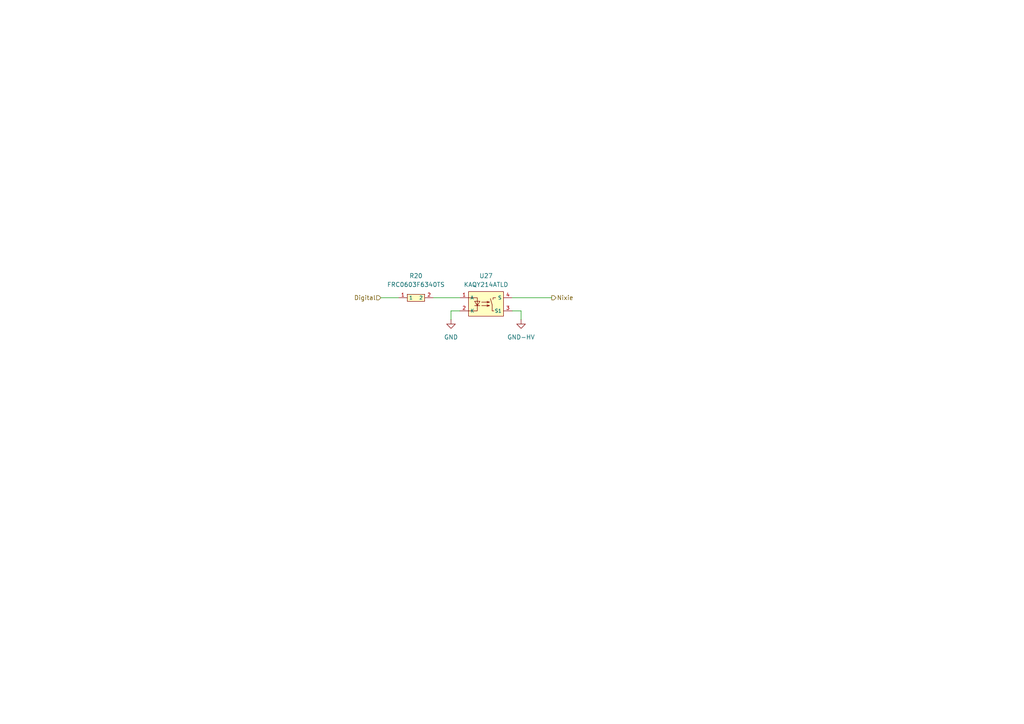
<source format=kicad_sch>
(kicad_sch
	(version 20250114)
	(generator "eeschema")
	(generator_version "9.0")
	(uuid "57f5f5f4-a5f8-455f-857b-00f6d99bdbf7")
	(paper "A4")
	(lib_symbols
		(symbol "power:GND"
			(power)
			(pin_numbers
				(hide yes)
			)
			(pin_names
				(offset 0)
				(hide yes)
			)
			(exclude_from_sim no)
			(in_bom yes)
			(on_board yes)
			(property "Reference" "#PWR"
				(at 0 -6.35 0)
				(effects
					(font
						(size 1.27 1.27)
					)
					(hide yes)
				)
			)
			(property "Value" "GND"
				(at 0 -3.81 0)
				(effects
					(font
						(size 1.27 1.27)
					)
				)
			)
			(property "Footprint" ""
				(at 0 0 0)
				(effects
					(font
						(size 1.27 1.27)
					)
					(hide yes)
				)
			)
			(property "Datasheet" ""
				(at 0 0 0)
				(effects
					(font
						(size 1.27 1.27)
					)
					(hide yes)
				)
			)
			(property "Description" "Power symbol creates a global label with name \"GND\" , ground"
				(at 0 0 0)
				(effects
					(font
						(size 1.27 1.27)
					)
					(hide yes)
				)
			)
			(property "ki_keywords" "global power"
				(at 0 0 0)
				(effects
					(font
						(size 1.27 1.27)
					)
					(hide yes)
				)
			)
			(symbol "GND_0_1"
				(polyline
					(pts
						(xy 0 0) (xy 0 -1.27) (xy 1.27 -1.27) (xy 0 -2.54) (xy -1.27 -1.27) (xy 0 -1.27)
					)
					(stroke
						(width 0)
						(type default)
					)
					(fill
						(type none)
					)
				)
			)
			(symbol "GND_1_1"
				(pin power_in line
					(at 0 0 270)
					(length 0)
					(name "~"
						(effects
							(font
								(size 1.27 1.27)
							)
						)
					)
					(number "1"
						(effects
							(font
								(size 1.27 1.27)
							)
						)
					)
				)
			)
			(embedded_fonts no)
		)
		(symbol "symbols:FRC0603F6340TS"
			(exclude_from_sim no)
			(in_bom yes)
			(on_board yes)
			(property "Reference" "R"
				(at 0 1.27 0)
				(effects
					(font
						(size 1.27 1.27)
					)
				)
			)
			(property "Value" "FRC0603F6340TS"
				(at 0 -2.54 0)
				(effects
					(font
						(size 1.27 1.27)
					)
				)
			)
			(property "Footprint" "footprints:R0603"
				(at 0 -10.16 0)
				(effects
					(font
						(size 1.27 1.27)
						(italic yes)
					)
					(hide yes)
				)
			)
			(property "Datasheet" "https://www.mouser.in/datasheet/2/447/PYu_RT_1_to_0_01_RoHS_L_11-1669912.pdf"
				(at -2.286 0.127 0)
				(effects
					(font
						(size 1.27 1.27)
					)
					(justify left)
					(hide yes)
				)
			)
			(property "Description" ""
				(at 0 0 0)
				(effects
					(font
						(size 1.27 1.27)
					)
					(hide yes)
				)
			)
			(property "LCSC" "C23138"
				(at 0 0 0)
				(effects
					(font
						(size 1.27 1.27)
					)
					(hide yes)
				)
			)
			(property "ki_keywords" "C23138"
				(at 0 0 0)
				(effects
					(font
						(size 1.27 1.27)
					)
					(hide yes)
				)
			)
			(symbol "FRC0603F6340TS_0_1"
				(rectangle
					(start -2.54 1.016)
					(end 2.54 -1.016)
					(stroke
						(width 0)
						(type default)
					)
					(fill
						(type background)
					)
				)
				(pin input line
					(at -5.08 0 0)
					(length 2.54)
					(name "1"
						(effects
							(font
								(size 1 1)
							)
						)
					)
					(number "1"
						(effects
							(font
								(size 1 1)
							)
						)
					)
				)
				(pin input line
					(at 5.08 0 180)
					(length 2.54)
					(name "2"
						(effects
							(font
								(size 1 1)
							)
						)
					)
					(number "2"
						(effects
							(font
								(size 1 1)
							)
						)
					)
				)
			)
			(embedded_fonts no)
		)
		(symbol "symbols:KAQY214ATLD"
			(exclude_from_sim no)
			(in_bom yes)
			(on_board yes)
			(property "Reference" "U"
				(at -0.254 1.524 0)
				(effects
					(font
						(size 1.27 1.27)
					)
				)
			)
			(property "Value" "KAQY214ATLD"
				(at -0.254 -2.032 0)
				(effects
					(font
						(size 1.27 1.27)
					)
				)
			)
			(property "Footprint" "footprints:SMD-4_L4.6-W6.4-P2.54-LS10.0-BR"
				(at -1.016 -2.54 0)
				(effects
					(font
						(size 1.27 1.27)
						(italic yes)
					)
					(hide yes)
				)
			)
			(property "Datasheet" "https://item.szlcsc.com/253373.html"
				(at -2.286 0.127 0)
				(effects
					(font
						(size 1.27 1.27)
					)
					(justify left)
					(hide yes)
				)
			)
			(property "Description" ""
				(at 0 0 0)
				(effects
					(font
						(size 1.27 1.27)
					)
					(hide yes)
				)
			)
			(property "LCSC" "C136448"
				(at -0.508 -3.81 0)
				(effects
					(font
						(size 1.27 1.27)
					)
					(hide yes)
				)
			)
			(property "ki_keywords" "C136448"
				(at 0 0 0)
				(effects
					(font
						(size 1.27 1.27)
					)
					(hide yes)
				)
			)
			(symbol "KAQY214ATLD_0_1"
				(rectangle
					(start -5.08 3.048)
					(end 5.08 -4.064)
					(stroke
						(width 0)
						(type default)
					)
					(fill
						(type background)
					)
				)
				(polyline
					(pts
						(xy -5.08 1.27) (xy -2.54 1.27) (xy -2.54 -2.54) (xy -5.08 -2.54)
					)
					(stroke
						(width 0)
						(type default)
					)
					(fill
						(type none)
					)
				)
				(polyline
					(pts
						(xy -3.302 0.254) (xy -1.778 0.254) (xy -2.54 -1.016) (xy -3.302 0.254)
					)
					(stroke
						(width 0)
						(type default)
					)
					(fill
						(type none)
					)
				)
				(polyline
					(pts
						(xy -3.302 -1.016) (xy -1.778 -1.016)
					)
					(stroke
						(width 0)
						(type default)
					)
					(fill
						(type none)
					)
				)
				(polyline
					(pts
						(xy -1.27 0) (xy 1.016 0) (xy 0.254 0.254)
					)
					(stroke
						(width 0)
						(type default)
					)
					(fill
						(type none)
					)
				)
				(polyline
					(pts
						(xy -1.27 -1.016) (xy 1.016 -1.016) (xy 0.254 -0.762)
					)
					(stroke
						(width 0)
						(type default)
					)
					(fill
						(type none)
					)
				)
				(polyline
					(pts
						(xy 1.016 0) (xy 0.254 -0.254)
					)
					(stroke
						(width 0)
						(type default)
					)
					(fill
						(type none)
					)
				)
				(polyline
					(pts
						(xy 1.016 -1.016) (xy 0.254 -1.27)
					)
					(stroke
						(width 0)
						(type default)
					)
					(fill
						(type none)
					)
				)
				(polyline
					(pts
						(xy 1.778 -0.762) (xy 1.27 1.016)
					)
					(stroke
						(width 0)
						(type default)
					)
					(fill
						(type none)
					)
				)
				(polyline
					(pts
						(xy 2.286 -2.54) (xy 1.778 -2.54) (xy 1.778 -0.762)
					)
					(stroke
						(width 0)
						(type default)
					)
					(fill
						(type none)
					)
				)
				(polyline
					(pts
						(xy 2.794 1.27) (xy 2.032 1.27) (xy 2.032 0.762)
					)
					(stroke
						(width 0)
						(type default)
					)
					(fill
						(type none)
					)
				)
				(pin unspecified line
					(at -7.62 1.27 0)
					(length 2.54)
					(name "A"
						(effects
							(font
								(size 1 1)
							)
						)
					)
					(number "1"
						(effects
							(font
								(size 1 1)
							)
						)
					)
				)
				(pin unspecified line
					(at -7.62 -2.54 0)
					(length 2.54)
					(name "K"
						(effects
							(font
								(size 1 1)
							)
						)
					)
					(number "2"
						(effects
							(font
								(size 1 1)
							)
						)
					)
				)
				(pin unspecified line
					(at 7.62 1.27 180)
					(length 2.54)
					(name "S"
						(effects
							(font
								(size 1 1)
							)
						)
					)
					(number "4"
						(effects
							(font
								(size 1 1)
							)
						)
					)
				)
				(pin unspecified line
					(at 7.62 -2.54 180)
					(length 2.54)
					(name "S1"
						(effects
							(font
								(size 1 1)
							)
						)
					)
					(number "3"
						(effects
							(font
								(size 1 1)
							)
						)
					)
				)
			)
			(embedded_fonts no)
		)
	)
	(wire
		(pts
			(xy 110.49 86.36) (xy 115.57 86.36)
		)
		(stroke
			(width 0)
			(type default)
		)
		(uuid "26af7deb-1ebd-4658-93e0-d059044d03bb")
	)
	(wire
		(pts
			(xy 125.73 86.36) (xy 133.35 86.36)
		)
		(stroke
			(width 0)
			(type default)
		)
		(uuid "51cab38f-2443-4676-91d9-5e596d71f842")
	)
	(wire
		(pts
			(xy 130.81 90.17) (xy 130.81 92.71)
		)
		(stroke
			(width 0)
			(type default)
		)
		(uuid "535c2064-d96b-444e-a8ea-93404a6a3d78")
	)
	(wire
		(pts
			(xy 151.13 90.17) (xy 151.13 92.71)
		)
		(stroke
			(width 0)
			(type default)
		)
		(uuid "730ea0ab-ba89-4583-86bf-910b4e8ac063")
	)
	(wire
		(pts
			(xy 133.35 90.17) (xy 130.81 90.17)
		)
		(stroke
			(width 0)
			(type default)
		)
		(uuid "9ab592ae-aba2-4d9d-b5c4-74e52b14bfaf")
	)
	(wire
		(pts
			(xy 148.59 86.36) (xy 160.02 86.36)
		)
		(stroke
			(width 0)
			(type default)
		)
		(uuid "a0ef6259-df83-4002-b1a2-cefdeaa22c6b")
	)
	(wire
		(pts
			(xy 148.59 90.17) (xy 151.13 90.17)
		)
		(stroke
			(width 0)
			(type default)
		)
		(uuid "d9f75410-8883-48a1-aee5-a54954c043df")
	)
	(hierarchical_label "Nixie"
		(shape output)
		(at 160.02 86.36 0)
		(effects
			(font
				(size 1.27 1.27)
			)
			(justify left)
		)
		(uuid "3cf7e755-1111-446c-8829-f38175b9ea73")
	)
	(hierarchical_label "Digital"
		(shape input)
		(at 110.49 86.36 180)
		(effects
			(font
				(size 1.27 1.27)
			)
			(justify right)
		)
		(uuid "4aa905a9-2f9d-4159-b9ef-60bbaec8518c")
	)
	(symbol
		(lib_id "power:GND")
		(at 151.13 92.71 0)
		(unit 1)
		(exclude_from_sim no)
		(in_bom yes)
		(on_board yes)
		(dnp no)
		(fields_autoplaced yes)
		(uuid "1052a559-98f4-43fa-8f75-2caa7fddfec3")
		(property "Reference" "#PWR017"
			(at 151.13 99.06 0)
			(effects
				(font
					(size 1.27 1.27)
				)
				(hide yes)
			)
		)
		(property "Value" "GND-HV"
			(at 151.13 97.79 0)
			(effects
				(font
					(size 1.27 1.27)
				)
			)
		)
		(property "Footprint" ""
			(at 151.13 92.71 0)
			(effects
				(font
					(size 1.27 1.27)
				)
				(hide yes)
			)
		)
		(property "Datasheet" ""
			(at 151.13 92.71 0)
			(effects
				(font
					(size 1.27 1.27)
				)
				(hide yes)
			)
		)
		(property "Description" "Power symbol creates a global label with name \"GND\" , ground"
			(at 151.13 92.71 0)
			(effects
				(font
					(size 1.27 1.27)
				)
				(hide yes)
			)
		)
		(pin "1"
			(uuid "06e3626f-7bf6-442b-ac16-8286e402db06")
		)
		(instances
			(project "NixiePM"
				(path "/6805e3ef-87bd-473d-890f-05ae2da73c1a/036a2b0d-49fb-4d24-a26e-d98bcced4ff8"
					(reference "#PWR055")
					(unit 1)
				)
				(path "/6805e3ef-87bd-473d-890f-05ae2da73c1a/22354dee-ead2-43af-bac4-d7d30b351c33"
					(reference "#PWR035")
					(unit 1)
				)
				(path "/6805e3ef-87bd-473d-890f-05ae2da73c1a/22daa365-0e85-4ac3-a450-9ddee6b569d8"
					(reference "#PWR025")
					(unit 1)
				)
				(path "/6805e3ef-87bd-473d-890f-05ae2da73c1a/2bcb781e-538e-43e6-8b70-0534847c6353"
					(reference "#PWR039")
					(unit 1)
				)
				(path "/6805e3ef-87bd-473d-890f-05ae2da73c1a/2de7be0b-2a7d-49f9-9235-d6c2b76776ce"
					(reference "#PWR051")
					(unit 1)
				)
				(path "/6805e3ef-87bd-473d-890f-05ae2da73c1a/3071fa8f-8037-4094-9d47-02c41a3a969b"
					(reference "#PWR033")
					(unit 1)
				)
				(path "/6805e3ef-87bd-473d-890f-05ae2da73c1a/32ad0542-c70b-4052-bbb0-1efea4e68e84"
					(reference "#PWR017")
					(unit 1)
				)
				(path "/6805e3ef-87bd-473d-890f-05ae2da73c1a/35012ccf-133b-4686-82f5-fe58f32cef23"
					(reference "#PWR047")
					(unit 1)
				)
				(path "/6805e3ef-87bd-473d-890f-05ae2da73c1a/3777e9e5-6130-4147-9d6a-01d48a1ffeaa"
					(reference "#PWR043")
					(unit 1)
				)
				(path "/6805e3ef-87bd-473d-890f-05ae2da73c1a/4037414e-7927-47ae-86db-f8006ae2c69f"
					(reference "#PWR023")
					(unit 1)
				)
				(path "/6805e3ef-87bd-473d-890f-05ae2da73c1a/48579928-655f-4dc6-931a-fba3d9af47ff"
					(reference "#PWR031")
					(unit 1)
				)
				(path "/6805e3ef-87bd-473d-890f-05ae2da73c1a/48c55803-b37f-4fbf-8ba6-5d22fbaa5871"
					(reference "#PWR041")
					(unit 1)
				)
				(path "/6805e3ef-87bd-473d-890f-05ae2da73c1a/5a0c813f-1712-4c98-932f-2a705ff21624"
					(reference "#PWR049")
					(unit 1)
				)
				(path "/6805e3ef-87bd-473d-890f-05ae2da73c1a/5eeaadde-aca6-48ed-a48c-a602ae1ea7d6"
					(reference "#PWR045")
					(unit 1)
				)
				(path "/6805e3ef-87bd-473d-890f-05ae2da73c1a/69857097-fe9d-400d-a6e2-fdfdd274c5d3"
					(reference "#PWR021")
					(unit 1)
				)
				(path "/6805e3ef-87bd-473d-890f-05ae2da73c1a/8c2a9b01-61d8-44dc-9217-449019833547"
					(reference "#PWR053")
					(unit 1)
				)
				(path "/6805e3ef-87bd-473d-890f-05ae2da73c1a/a0ca8db1-c183-4490-9c30-a3c01e2ceb0d"
					(reference "#PWR019")
					(unit 1)
				)
				(path "/6805e3ef-87bd-473d-890f-05ae2da73c1a/d263a6b0-9af3-46dd-9996-4eefdb37d77a"
					(reference "#PWR029")
					(unit 1)
				)
				(path "/6805e3ef-87bd-473d-890f-05ae2da73c1a/e6d5ae08-c800-40bf-ab6a-5d69d15916fd"
					(reference "#PWR037")
					(unit 1)
				)
				(path "/6805e3ef-87bd-473d-890f-05ae2da73c1a/fa8c797e-0001-4d98-a1cd-0ae2141fbc1c"
					(reference "#PWR027")
					(unit 1)
				)
			)
		)
	)
	(symbol
		(lib_id "symbols:FRC0603F6340TS")
		(at 120.65 86.36 0)
		(unit 1)
		(exclude_from_sim no)
		(in_bom yes)
		(on_board yes)
		(dnp no)
		(fields_autoplaced yes)
		(uuid "1e22b44d-0777-47c9-9c81-d6985a074002")
		(property "Reference" "R2"
			(at 120.65 80.01 0)
			(effects
				(font
					(size 1.27 1.27)
				)
			)
		)
		(property "Value" "FRC0603F6340TS"
			(at 120.65 82.55 0)
			(effects
				(font
					(size 1.27 1.27)
				)
			)
		)
		(property "Footprint" "footprints:R0603"
			(at 120.65 96.52 0)
			(effects
				(font
					(size 1.27 1.27)
					(italic yes)
				)
				(hide yes)
			)
		)
		(property "Datasheet" "https://www.mouser.in/datasheet/2/447/PYu_RT_1_to_0_01_RoHS_L_11-1669912.pdf"
			(at 118.364 86.233 0)
			(effects
				(font
					(size 1.27 1.27)
				)
				(justify left)
				(hide yes)
			)
		)
		(property "Description" ""
			(at 120.65 86.36 0)
			(effects
				(font
					(size 1.27 1.27)
				)
				(hide yes)
			)
		)
		(property "LCSC" "C23138"
			(at 120.65 86.36 0)
			(effects
				(font
					(size 1.27 1.27)
				)
				(hide yes)
			)
		)
		(pin "2"
			(uuid "98e7615f-dbeb-4093-902a-18e0f074f6a4")
		)
		(pin "1"
			(uuid "4eb081b5-dfa3-4616-bd87-449574fb0532")
		)
		(instances
			(project "NixiePM"
				(path "/6805e3ef-87bd-473d-890f-05ae2da73c1a/036a2b0d-49fb-4d24-a26e-d98bcced4ff8"
					(reference "R20")
					(unit 1)
				)
				(path "/6805e3ef-87bd-473d-890f-05ae2da73c1a/22354dee-ead2-43af-bac4-d7d30b351c33"
					(reference "R10")
					(unit 1)
				)
				(path "/6805e3ef-87bd-473d-890f-05ae2da73c1a/22daa365-0e85-4ac3-a450-9ddee6b569d8"
					(reference "R5")
					(unit 1)
				)
				(path "/6805e3ef-87bd-473d-890f-05ae2da73c1a/2bcb781e-538e-43e6-8b70-0534847c6353"
					(reference "R12")
					(unit 1)
				)
				(path "/6805e3ef-87bd-473d-890f-05ae2da73c1a/2de7be0b-2a7d-49f9-9235-d6c2b76776ce"
					(reference "R18")
					(unit 1)
				)
				(path "/6805e3ef-87bd-473d-890f-05ae2da73c1a/3071fa8f-8037-4094-9d47-02c41a3a969b"
					(reference "R9")
					(unit 1)
				)
				(path "/6805e3ef-87bd-473d-890f-05ae2da73c1a/32ad0542-c70b-4052-bbb0-1efea4e68e84"
					(reference "R2")
					(unit 1)
				)
				(path "/6805e3ef-87bd-473d-890f-05ae2da73c1a/35012ccf-133b-4686-82f5-fe58f32cef23"
					(reference "R16")
					(unit 1)
				)
				(path "/6805e3ef-87bd-473d-890f-05ae2da73c1a/3777e9e5-6130-4147-9d6a-01d48a1ffeaa"
					(reference "R14")
					(unit 1)
				)
				(path "/6805e3ef-87bd-473d-890f-05ae2da73c1a/4037414e-7927-47ae-86db-f8006ae2c69f"
					(reference "R4")
					(unit 1)
				)
				(path "/6805e3ef-87bd-473d-890f-05ae2da73c1a/48579928-655f-4dc6-931a-fba3d9af47ff"
					(reference "R8")
					(unit 1)
				)
				(path "/6805e3ef-87bd-473d-890f-05ae2da73c1a/48c55803-b37f-4fbf-8ba6-5d22fbaa5871"
					(reference "R13")
					(unit 1)
				)
				(path "/6805e3ef-87bd-473d-890f-05ae2da73c1a/5a0c813f-1712-4c98-932f-2a705ff21624"
					(reference "R17")
					(unit 1)
				)
				(path "/6805e3ef-87bd-473d-890f-05ae2da73c1a/5eeaadde-aca6-48ed-a48c-a602ae1ea7d6"
					(reference "R15")
					(unit 1)
				)
				(path "/6805e3ef-87bd-473d-890f-05ae2da73c1a/69857097-fe9d-400d-a6e2-fdfdd274c5d3"
					(reference "R1")
					(unit 1)
				)
				(path "/6805e3ef-87bd-473d-890f-05ae2da73c1a/8c2a9b01-61d8-44dc-9217-449019833547"
					(reference "R19")
					(unit 1)
				)
				(path "/6805e3ef-87bd-473d-890f-05ae2da73c1a/a0ca8db1-c183-4490-9c30-a3c01e2ceb0d"
					(reference "R3")
					(unit 1)
				)
				(path "/6805e3ef-87bd-473d-890f-05ae2da73c1a/d263a6b0-9af3-46dd-9996-4eefdb37d77a"
					(reference "R7")
					(unit 1)
				)
				(path "/6805e3ef-87bd-473d-890f-05ae2da73c1a/e6d5ae08-c800-40bf-ab6a-5d69d15916fd"
					(reference "R11")
					(unit 1)
				)
				(path "/6805e3ef-87bd-473d-890f-05ae2da73c1a/fa8c797e-0001-4d98-a1cd-0ae2141fbc1c"
					(reference "R6")
					(unit 1)
				)
			)
		)
	)
	(symbol
		(lib_id "symbols:KAQY214ATLD")
		(at 140.97 87.63 0)
		(unit 1)
		(exclude_from_sim no)
		(in_bom yes)
		(on_board yes)
		(dnp no)
		(fields_autoplaced yes)
		(uuid "70859bfc-5fca-48cc-b23e-fc19cc5a8dc1")
		(property "Reference" "U8"
			(at 140.97 80.01 0)
			(effects
				(font
					(size 1.27 1.27)
				)
			)
		)
		(property "Value" "KAQY214ATLD"
			(at 140.97 82.55 0)
			(effects
				(font
					(size 1.27 1.27)
				)
			)
		)
		(property "Footprint" "footprints:SMD-4_L4.6-W6.4-P2.54-LS10.0-BR"
			(at 139.954 90.17 0)
			(effects
				(font
					(size 1.27 1.27)
					(italic yes)
				)
				(hide yes)
			)
		)
		(property "Datasheet" "https://item.szlcsc.com/253373.html"
			(at 138.684 87.503 0)
			(effects
				(font
					(size 1.27 1.27)
				)
				(justify left)
				(hide yes)
			)
		)
		(property "Description" ""
			(at 140.97 87.63 0)
			(effects
				(font
					(size 1.27 1.27)
				)
				(hide yes)
			)
		)
		(property "LCSC" "C136448"
			(at 140.462 91.44 0)
			(effects
				(font
					(size 1.27 1.27)
				)
				(hide yes)
			)
		)
		(pin "3"
			(uuid "9f0d1236-df5b-4c02-ba2b-d041fc240564")
		)
		(pin "1"
			(uuid "eb825247-09bf-429f-85f3-c0e1a5058d25")
		)
		(pin "2"
			(uuid "8c6efd9d-3e7e-428a-a068-b8c330fdcaeb")
		)
		(pin "4"
			(uuid "d123fbdf-31f0-4e34-90b6-ba6089bc643d")
		)
		(instances
			(project "NixiePM"
				(path "/6805e3ef-87bd-473d-890f-05ae2da73c1a/036a2b0d-49fb-4d24-a26e-d98bcced4ff8"
					(reference "U27")
					(unit 1)
				)
				(path "/6805e3ef-87bd-473d-890f-05ae2da73c1a/22354dee-ead2-43af-bac4-d7d30b351c33"
					(reference "U17")
					(unit 1)
				)
				(path "/6805e3ef-87bd-473d-890f-05ae2da73c1a/22daa365-0e85-4ac3-a450-9ddee6b569d8"
					(reference "U12")
					(unit 1)
				)
				(path "/6805e3ef-87bd-473d-890f-05ae2da73c1a/2bcb781e-538e-43e6-8b70-0534847c6353"
					(reference "U19")
					(unit 1)
				)
				(path "/6805e3ef-87bd-473d-890f-05ae2da73c1a/2de7be0b-2a7d-49f9-9235-d6c2b76776ce"
					(reference "U25")
					(unit 1)
				)
				(path "/6805e3ef-87bd-473d-890f-05ae2da73c1a/3071fa8f-8037-4094-9d47-02c41a3a969b"
					(reference "U16")
					(unit 1)
				)
				(path "/6805e3ef-87bd-473d-890f-05ae2da73c1a/32ad0542-c70b-4052-bbb0-1efea4e68e84"
					(reference "U8")
					(unit 1)
				)
				(path "/6805e3ef-87bd-473d-890f-05ae2da73c1a/35012ccf-133b-4686-82f5-fe58f32cef23"
					(reference "U23")
					(unit 1)
				)
				(path "/6805e3ef-87bd-473d-890f-05ae2da73c1a/3777e9e5-6130-4147-9d6a-01d48a1ffeaa"
					(reference "U21")
					(unit 1)
				)
				(path "/6805e3ef-87bd-473d-890f-05ae2da73c1a/4037414e-7927-47ae-86db-f8006ae2c69f"
					(reference "U11")
					(unit 1)
				)
				(path "/6805e3ef-87bd-473d-890f-05ae2da73c1a/48579928-655f-4dc6-931a-fba3d9af47ff"
					(reference "U15")
					(unit 1)
				)
				(path "/6805e3ef-87bd-473d-890f-05ae2da73c1a/48c55803-b37f-4fbf-8ba6-5d22fbaa5871"
					(reference "U20")
					(unit 1)
				)
				(path "/6805e3ef-87bd-473d-890f-05ae2da73c1a/5a0c813f-1712-4c98-932f-2a705ff21624"
					(reference "U24")
					(unit 1)
				)
				(path "/6805e3ef-87bd-473d-890f-05ae2da73c1a/5eeaadde-aca6-48ed-a48c-a602ae1ea7d6"
					(reference "U22")
					(unit 1)
				)
				(path "/6805e3ef-87bd-473d-890f-05ae2da73c1a/69857097-fe9d-400d-a6e2-fdfdd274c5d3"
					(reference "U10")
					(unit 1)
				)
				(path "/6805e3ef-87bd-473d-890f-05ae2da73c1a/8c2a9b01-61d8-44dc-9217-449019833547"
					(reference "U26")
					(unit 1)
				)
				(path "/6805e3ef-87bd-473d-890f-05ae2da73c1a/a0ca8db1-c183-4490-9c30-a3c01e2ceb0d"
					(reference "U9")
					(unit 1)
				)
				(path "/6805e3ef-87bd-473d-890f-05ae2da73c1a/d263a6b0-9af3-46dd-9996-4eefdb37d77a"
					(reference "U14")
					(unit 1)
				)
				(path "/6805e3ef-87bd-473d-890f-05ae2da73c1a/e6d5ae08-c800-40bf-ab6a-5d69d15916fd"
					(reference "U18")
					(unit 1)
				)
				(path "/6805e3ef-87bd-473d-890f-05ae2da73c1a/fa8c797e-0001-4d98-a1cd-0ae2141fbc1c"
					(reference "U13")
					(unit 1)
				)
			)
		)
	)
	(symbol
		(lib_id "power:GND")
		(at 130.81 92.71 0)
		(unit 1)
		(exclude_from_sim no)
		(in_bom yes)
		(on_board yes)
		(dnp no)
		(fields_autoplaced yes)
		(uuid "76ed662d-fb45-4c12-9d7a-60289c3cda01")
		(property "Reference" "#PWR016"
			(at 130.81 99.06 0)
			(effects
				(font
					(size 1.27 1.27)
				)
				(hide yes)
			)
		)
		(property "Value" "GND"
			(at 130.81 97.79 0)
			(effects
				(font
					(size 1.27 1.27)
				)
			)
		)
		(property "Footprint" ""
			(at 130.81 92.71 0)
			(effects
				(font
					(size 1.27 1.27)
				)
				(hide yes)
			)
		)
		(property "Datasheet" ""
			(at 130.81 92.71 0)
			(effects
				(font
					(size 1.27 1.27)
				)
				(hide yes)
			)
		)
		(property "Description" "Power symbol creates a global label with name \"GND\" , ground"
			(at 130.81 92.71 0)
			(effects
				(font
					(size 1.27 1.27)
				)
				(hide yes)
			)
		)
		(pin "1"
			(uuid "fe7ea9a7-022b-40b7-831d-4d27c27286d2")
		)
		(instances
			(project "NixiePM"
				(path "/6805e3ef-87bd-473d-890f-05ae2da73c1a/036a2b0d-49fb-4d24-a26e-d98bcced4ff8"
					(reference "#PWR054")
					(unit 1)
				)
				(path "/6805e3ef-87bd-473d-890f-05ae2da73c1a/22354dee-ead2-43af-bac4-d7d30b351c33"
					(reference "#PWR034")
					(unit 1)
				)
				(path "/6805e3ef-87bd-473d-890f-05ae2da73c1a/22daa365-0e85-4ac3-a450-9ddee6b569d8"
					(reference "#PWR024")
					(unit 1)
				)
				(path "/6805e3ef-87bd-473d-890f-05ae2da73c1a/2bcb781e-538e-43e6-8b70-0534847c6353"
					(reference "#PWR038")
					(unit 1)
				)
				(path "/6805e3ef-87bd-473d-890f-05ae2da73c1a/2de7be0b-2a7d-49f9-9235-d6c2b76776ce"
					(reference "#PWR050")
					(unit 1)
				)
				(path "/6805e3ef-87bd-473d-890f-05ae2da73c1a/3071fa8f-8037-4094-9d47-02c41a3a969b"
					(reference "#PWR032")
					(unit 1)
				)
				(path "/6805e3ef-87bd-473d-890f-05ae2da73c1a/32ad0542-c70b-4052-bbb0-1efea4e68e84"
					(reference "#PWR016")
					(unit 1)
				)
				(path "/6805e3ef-87bd-473d-890f-05ae2da73c1a/35012ccf-133b-4686-82f5-fe58f32cef23"
					(reference "#PWR046")
					(unit 1)
				)
				(path "/6805e3ef-87bd-473d-890f-05ae2da73c1a/3777e9e5-6130-4147-9d6a-01d48a1ffeaa"
					(reference "#PWR042")
					(unit 1)
				)
				(path "/6805e3ef-87bd-473d-890f-05ae2da73c1a/4037414e-7927-47ae-86db-f8006ae2c69f"
					(reference "#PWR022")
					(unit 1)
				)
				(path "/6805e3ef-87bd-473d-890f-05ae2da73c1a/48579928-655f-4dc6-931a-fba3d9af47ff"
					(reference "#PWR030")
					(unit 1)
				)
				(path "/6805e3ef-87bd-473d-890f-05ae2da73c1a/48c55803-b37f-4fbf-8ba6-5d22fbaa5871"
					(reference "#PWR040")
					(unit 1)
				)
				(path "/6805e3ef-87bd-473d-890f-05ae2da73c1a/5a0c813f-1712-4c98-932f-2a705ff21624"
					(reference "#PWR048")
					(unit 1)
				)
				(path "/6805e3ef-87bd-473d-890f-05ae2da73c1a/5eeaadde-aca6-48ed-a48c-a602ae1ea7d6"
					(reference "#PWR044")
					(unit 1)
				)
				(path "/6805e3ef-87bd-473d-890f-05ae2da73c1a/69857097-fe9d-400d-a6e2-fdfdd274c5d3"
					(reference "#PWR020")
					(unit 1)
				)
				(path "/6805e3ef-87bd-473d-890f-05ae2da73c1a/8c2a9b01-61d8-44dc-9217-449019833547"
					(reference "#PWR052")
					(unit 1)
				)
				(path "/6805e3ef-87bd-473d-890f-05ae2da73c1a/a0ca8db1-c183-4490-9c30-a3c01e2ceb0d"
					(reference "#PWR018")
					(unit 1)
				)
				(path "/6805e3ef-87bd-473d-890f-05ae2da73c1a/d263a6b0-9af3-46dd-9996-4eefdb37d77a"
					(reference "#PWR028")
					(unit 1)
				)
				(path "/6805e3ef-87bd-473d-890f-05ae2da73c1a/e6d5ae08-c800-40bf-ab6a-5d69d15916fd"
					(reference "#PWR036")
					(unit 1)
				)
				(path "/6805e3ef-87bd-473d-890f-05ae2da73c1a/fa8c797e-0001-4d98-a1cd-0ae2141fbc1c"
					(reference "#PWR026")
					(unit 1)
				)
			)
		)
	)
)

</source>
